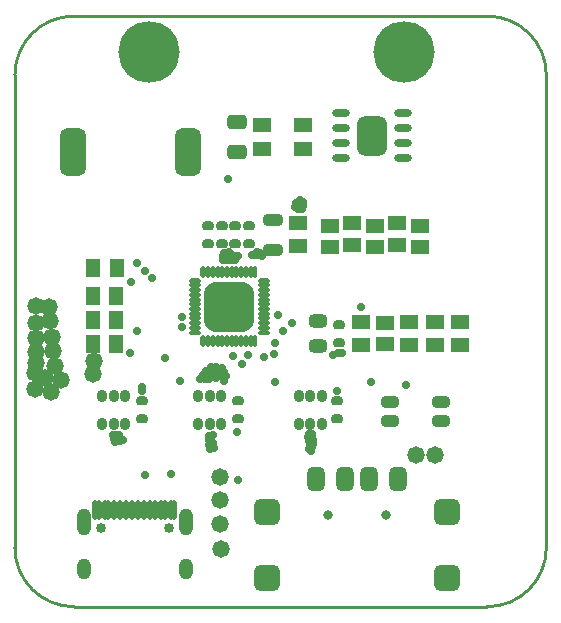
<source format=gts>
G04*
G04 #@! TF.GenerationSoftware,Altium Limited,Altium Designer,20.2.3 (150)*
G04*
G04 Layer_Color=8388736*
%FSLAX44Y44*%
%MOMM*%
G71*
G04*
G04 #@! TF.SameCoordinates,529A9E34-4FC0-4C7B-B34A-3B4898198E1E*
G04*
G04*
G04 #@! TF.FilePolarity,Negative*
G04*
G01*
G75*
%ADD19C,0.2540*%
G04:AMPARAMS|DCode=36|XSize=0.9561mm|YSize=1.6098mm|CornerRadius=0.239mm|HoleSize=0mm|Usage=FLASHONLY|Rotation=90.000|XOffset=0mm|YOffset=0mm|HoleType=Round|Shape=RoundedRectangle|*
%AMROUNDEDRECTD36*
21,1,0.9561,1.1318,0,0,90.0*
21,1,0.4780,1.6098,0,0,90.0*
1,1,0.4780,0.5659,0.2390*
1,1,0.4780,0.5659,-0.2390*
1,1,0.4780,-0.5659,-0.2390*
1,1,0.4780,-0.5659,0.2390*
%
%ADD36ROUNDEDRECTD36*%
G04:AMPARAMS|DCode=38|XSize=0.6096mm|YSize=0.6096mm|CornerRadius=0.3048mm|HoleSize=0mm|Usage=FLASHONLY|Rotation=90.000|XOffset=0mm|YOffset=0mm|HoleType=Round|Shape=RoundedRectangle|*
%AMROUNDEDRECTD38*
21,1,0.6096,0.0000,0,0,90.0*
21,1,0.0000,0.6096,0,0,90.0*
1,1,0.6096,0.0000,0.0000*
1,1,0.6096,0.0000,0.0000*
1,1,0.6096,0.0000,0.0000*
1,1,0.6096,0.0000,0.0000*
%
%ADD38ROUNDEDRECTD38*%
G04:AMPARAMS|DCode=39|XSize=0.9652mm|YSize=0.762mm|CornerRadius=0.2413mm|HoleSize=0mm|Usage=FLASHONLY|Rotation=0.000|XOffset=0mm|YOffset=0mm|HoleType=Round|Shape=RoundedRectangle|*
%AMROUNDEDRECTD39*
21,1,0.9652,0.2794,0,0,0.0*
21,1,0.4826,0.7620,0,0,0.0*
1,1,0.4826,0.2413,-0.1397*
1,1,0.4826,-0.2413,-0.1397*
1,1,0.4826,-0.2413,0.1397*
1,1,0.4826,0.2413,0.1397*
%
%ADD39ROUNDEDRECTD39*%
%ADD40R,1.6032X1.3032*%
%ADD41R,1.5032X1.2032*%
G04:AMPARAMS|DCode=42|XSize=1.4732mm|YSize=0.9652mm|CornerRadius=0.2921mm|HoleSize=0mm|Usage=FLASHONLY|Rotation=0.000|XOffset=0mm|YOffset=0mm|HoleType=Round|Shape=RoundedRectangle|*
%AMROUNDEDRECTD42*
21,1,1.4732,0.3810,0,0,0.0*
21,1,0.8890,0.9652,0,0,0.0*
1,1,0.5842,0.4445,-0.1905*
1,1,0.5842,-0.4445,-0.1905*
1,1,0.5842,-0.4445,0.1905*
1,1,0.5842,0.4445,0.1905*
%
%ADD42ROUNDEDRECTD42*%
G04:AMPARAMS|DCode=43|XSize=2.2352mm|YSize=2.2352mm|CornerRadius=0.6096mm|HoleSize=0mm|Usage=FLASHONLY|Rotation=0.000|XOffset=0mm|YOffset=0mm|HoleType=Round|Shape=RoundedRectangle|*
%AMROUNDEDRECTD43*
21,1,2.2352,1.0160,0,0,0.0*
21,1,1.0160,2.2352,0,0,0.0*
1,1,1.2192,0.5080,-0.5080*
1,1,1.2192,-0.5080,-0.5080*
1,1,1.2192,-0.5080,0.5080*
1,1,1.2192,0.5080,0.5080*
%
%ADD43ROUNDEDRECTD43*%
G04:AMPARAMS|DCode=44|XSize=1.4732mm|YSize=2.0032mm|CornerRadius=0.4191mm|HoleSize=0mm|Usage=FLASHONLY|Rotation=0.000|XOffset=0mm|YOffset=0mm|HoleType=Round|Shape=RoundedRectangle|*
%AMROUNDEDRECTD44*
21,1,1.4732,1.1650,0,0,0.0*
21,1,0.6350,2.0032,0,0,0.0*
1,1,0.8382,0.3175,-0.5825*
1,1,0.8382,-0.3175,-0.5825*
1,1,0.8382,-0.3175,0.5825*
1,1,0.8382,0.3175,0.5825*
%
%ADD44ROUNDEDRECTD44*%
G04:AMPARAMS|DCode=45|XSize=0.8128mm|YSize=0.9652mm|CornerRadius=0.254mm|HoleSize=0mm|Usage=FLASHONLY|Rotation=0.000|XOffset=0mm|YOffset=0mm|HoleType=Round|Shape=RoundedRectangle|*
%AMROUNDEDRECTD45*
21,1,0.8128,0.4572,0,0,0.0*
21,1,0.3048,0.9652,0,0,0.0*
1,1,0.5080,0.1524,-0.2286*
1,1,0.5080,-0.1524,-0.2286*
1,1,0.5080,-0.1524,0.2286*
1,1,0.5080,0.1524,0.2286*
%
%ADD45ROUNDEDRECTD45*%
%ADD46R,1.3032X1.6032*%
%ADD47O,1.5032X0.7032*%
G04:AMPARAMS|DCode=48|XSize=3.4032mm|YSize=2.5032mm|CornerRadius=0.6766mm|HoleSize=0mm|Usage=FLASHONLY|Rotation=270.000|XOffset=0mm|YOffset=0mm|HoleType=Round|Shape=RoundedRectangle|*
%AMROUNDEDRECTD48*
21,1,3.4032,1.1500,0,0,270.0*
21,1,2.0500,2.5032,0,0,270.0*
1,1,1.3532,-0.5750,-1.0250*
1,1,1.3532,-0.5750,1.0250*
1,1,1.3532,0.5750,1.0250*
1,1,1.3532,0.5750,-1.0250*
%
%ADD48ROUNDEDRECTD48*%
G04:AMPARAMS|DCode=49|XSize=4.0132mm|YSize=2.2352mm|CornerRadius=0.6096mm|HoleSize=0mm|Usage=FLASHONLY|Rotation=270.000|XOffset=0mm|YOffset=0mm|HoleType=Round|Shape=RoundedRectangle|*
%AMROUNDEDRECTD49*
21,1,4.0132,1.0160,0,0,270.0*
21,1,2.7940,2.2352,0,0,270.0*
1,1,1.2192,-0.5080,-1.3970*
1,1,1.2192,-0.5080,1.3970*
1,1,1.2192,0.5080,1.3970*
1,1,1.2192,0.5080,-1.3970*
%
%ADD49ROUNDEDRECTD49*%
G04:AMPARAMS|DCode=50|XSize=1.7032mm|YSize=1.2032mm|CornerRadius=0.3516mm|HoleSize=0mm|Usage=FLASHONLY|Rotation=180.000|XOffset=0mm|YOffset=0mm|HoleType=Round|Shape=RoundedRectangle|*
%AMROUNDEDRECTD50*
21,1,1.7032,0.5000,0,0,180.0*
21,1,1.0000,1.2032,0,0,180.0*
1,1,0.7032,-0.5000,0.2500*
1,1,0.7032,0.5000,0.2500*
1,1,0.7032,0.5000,-0.2500*
1,1,0.7032,-0.5000,-0.2500*
%
%ADD50ROUNDEDRECTD50*%
G04:AMPARAMS|DCode=51|XSize=1.0432mm|YSize=0.4232mm|CornerRadius=0.1566mm|HoleSize=0mm|Usage=FLASHONLY|Rotation=180.000|XOffset=0mm|YOffset=0mm|HoleType=Round|Shape=RoundedRectangle|*
%AMROUNDEDRECTD51*
21,1,1.0432,0.1100,0,0,180.0*
21,1,0.7300,0.4232,0,0,180.0*
1,1,0.3132,-0.3650,0.0550*
1,1,0.3132,0.3650,0.0550*
1,1,0.3132,0.3650,-0.0550*
1,1,0.3132,-0.3650,-0.0550*
%
%ADD51ROUNDEDRECTD51*%
G04:AMPARAMS|DCode=52|XSize=1.0432mm|YSize=0.4232mm|CornerRadius=0.1566mm|HoleSize=0mm|Usage=FLASHONLY|Rotation=90.000|XOffset=0mm|YOffset=0mm|HoleType=Round|Shape=RoundedRectangle|*
%AMROUNDEDRECTD52*
21,1,1.0432,0.1100,0,0,90.0*
21,1,0.7300,0.4232,0,0,90.0*
1,1,0.3132,0.0550,0.3650*
1,1,0.3132,0.0550,-0.3650*
1,1,0.3132,-0.0550,-0.3650*
1,1,0.3132,-0.0550,0.3650*
%
%ADD52ROUNDEDRECTD52*%
G04:AMPARAMS|DCode=53|XSize=4.2672mm|YSize=4.2672mm|CornerRadius=1.1176mm|HoleSize=0mm|Usage=FLASHONLY|Rotation=90.000|XOffset=0mm|YOffset=0mm|HoleType=Round|Shape=RoundedRectangle|*
%AMROUNDEDRECTD53*
21,1,4.2672,2.0320,0,0,90.0*
21,1,2.0320,4.2672,0,0,90.0*
1,1,2.2352,1.0160,1.0160*
1,1,2.2352,1.0160,-1.0160*
1,1,2.2352,-1.0160,-1.0160*
1,1,2.2352,-1.0160,1.0160*
%
%ADD53ROUNDEDRECTD53*%
G04:AMPARAMS|DCode=54|XSize=1.5032mm|YSize=1.1032mm|CornerRadius=0.3266mm|HoleSize=0mm|Usage=FLASHONLY|Rotation=180.000|XOffset=0mm|YOffset=0mm|HoleType=Round|Shape=RoundedRectangle|*
%AMROUNDEDRECTD54*
21,1,1.5032,0.4500,0,0,180.0*
21,1,0.8500,1.1032,0,0,180.0*
1,1,0.6532,-0.4250,0.2250*
1,1,0.6532,0.4250,0.2250*
1,1,0.6532,0.4250,-0.2250*
1,1,0.6532,-0.4250,-0.2250*
%
%ADD54ROUNDEDRECTD54*%
G04:AMPARAMS|DCode=55|XSize=1.7032mm|YSize=0.5032mm|CornerRadius=0.1766mm|HoleSize=0mm|Usage=FLASHONLY|Rotation=90.000|XOffset=0mm|YOffset=0mm|HoleType=Round|Shape=RoundedRectangle|*
%AMROUNDEDRECTD55*
21,1,1.7032,0.1500,0,0,90.0*
21,1,1.3500,0.5032,0,0,90.0*
1,1,0.3532,0.0750,0.6750*
1,1,0.3532,0.0750,-0.6750*
1,1,0.3532,-0.0750,-0.6750*
1,1,0.3532,-0.0750,0.6750*
%
%ADD55ROUNDEDRECTD55*%
%ADD56C,0.8032*%
%ADD57C,5.2032*%
%ADD58C,0.8532*%
%ADD59O,1.2032X1.8032*%
%ADD60O,1.2032X2.3032*%
%ADD61C,0.7032*%
%ADD62C,1.4732*%
D19*
X0Y50000D02*
G03*
X50000Y0I50000J0D01*
G01*
X400000D02*
G03*
X450000Y50000I0J50000D01*
G01*
Y450000D02*
G03*
X400000Y500000I-50000J0D01*
G01*
X50000D02*
G03*
X0Y450000I0J-50000D01*
G01*
X50000Y0D02*
X400000D01*
X50000Y500000D02*
X400000D01*
X450000Y50000D02*
Y450000D01*
X0Y50000D02*
Y450000D01*
D36*
X218440Y327660D02*
D03*
Y301638D02*
D03*
D38*
X173736Y90000D02*
D03*
Y70000D02*
D03*
Y50000D02*
D03*
Y110000D02*
D03*
D39*
X189230Y158750D02*
D03*
Y173990D02*
D03*
X273050Y158750D02*
D03*
Y173990D02*
D03*
X107950Y158750D02*
D03*
Y173990D02*
D03*
X198120Y322580D02*
D03*
Y307340D02*
D03*
X186690Y322580D02*
D03*
Y307340D02*
D03*
X175260Y322580D02*
D03*
Y307340D02*
D03*
X163830Y322580D02*
D03*
Y307340D02*
D03*
X274320Y223520D02*
D03*
Y238760D02*
D03*
D40*
X355600Y221186D02*
D03*
Y241186D02*
D03*
X334010Y221186D02*
D03*
Y241186D02*
D03*
X240030Y324960D02*
D03*
Y304960D02*
D03*
X209550Y407510D02*
D03*
Y387510D02*
D03*
X293370Y241186D02*
D03*
Y221186D02*
D03*
X377190Y241186D02*
D03*
Y221186D02*
D03*
X243840Y387510D02*
D03*
Y407510D02*
D03*
D41*
X313690Y240186D02*
D03*
Y222186D02*
D03*
X266700Y322580D02*
D03*
Y304580D02*
D03*
X285750Y306580D02*
D03*
Y324580D02*
D03*
X304800Y322580D02*
D03*
Y304580D02*
D03*
X323850Y306580D02*
D03*
Y324580D02*
D03*
X342900Y322580D02*
D03*
Y304580D02*
D03*
D42*
X360680Y173228D02*
D03*
X317500D02*
D03*
X360680Y156972D02*
D03*
X317500D02*
D03*
D43*
X213310Y80560D02*
D03*
X365810D02*
D03*
Y24560D02*
D03*
X213310D02*
D03*
D44*
X254560Y107940D02*
D03*
X279560D02*
D03*
X299560D02*
D03*
X324560D02*
D03*
D45*
X240538Y154432D02*
D03*
X259842D02*
D03*
Y178308D02*
D03*
X250190Y154432D02*
D03*
X240538Y178308D02*
D03*
X250190D02*
D03*
X155448Y154432D02*
D03*
X174752D02*
D03*
Y178308D02*
D03*
X165100Y154432D02*
D03*
X155448Y178308D02*
D03*
X165100D02*
D03*
X74168Y154432D02*
D03*
X93472D02*
D03*
Y178308D02*
D03*
X83820Y154432D02*
D03*
X74168Y178308D02*
D03*
X83820D02*
D03*
D46*
X86200Y287020D02*
D03*
X66200D02*
D03*
X66040Y222250D02*
D03*
X86040D02*
D03*
X66040Y242570D02*
D03*
X86040D02*
D03*
X66040Y262890D02*
D03*
X86040D02*
D03*
D47*
X275760Y417830D02*
D03*
Y405130D02*
D03*
Y392430D02*
D03*
Y379730D02*
D03*
X328760Y417830D02*
D03*
Y405130D02*
D03*
Y392430D02*
D03*
Y379730D02*
D03*
D48*
X302260Y398780D02*
D03*
D49*
X146290Y384683D02*
D03*
X49290D02*
D03*
D50*
X187960Y384843D02*
D03*
X187961Y410244D02*
D03*
D51*
X210960Y232000D02*
D03*
Y236000D02*
D03*
Y240000D02*
D03*
Y244000D02*
D03*
Y248000D02*
D03*
Y252000D02*
D03*
Y256000D02*
D03*
Y260000D02*
D03*
Y264000D02*
D03*
Y268000D02*
D03*
Y272000D02*
D03*
Y276000D02*
D03*
X152260D02*
D03*
Y272000D02*
D03*
Y268000D02*
D03*
Y264000D02*
D03*
Y260000D02*
D03*
Y256000D02*
D03*
Y252000D02*
D03*
Y248000D02*
D03*
Y244000D02*
D03*
Y240000D02*
D03*
Y236000D02*
D03*
Y232000D02*
D03*
D52*
X159610Y224650D02*
D03*
X163610D02*
D03*
X167610D02*
D03*
X171610D02*
D03*
X175610D02*
D03*
X179610D02*
D03*
X183610D02*
D03*
X187610D02*
D03*
X191610D02*
D03*
X195610D02*
D03*
X199610D02*
D03*
X203610D02*
D03*
Y283350D02*
D03*
X199610D02*
D03*
X195610D02*
D03*
X191610D02*
D03*
X187610D02*
D03*
X183610D02*
D03*
X179610D02*
D03*
X175610D02*
D03*
X171610D02*
D03*
X167610D02*
D03*
X163610D02*
D03*
X159610D02*
D03*
D53*
X181610Y254000D02*
D03*
D54*
X256540Y220640D02*
D03*
Y241640D02*
D03*
D55*
X135030Y82150D02*
D03*
X132030D02*
D03*
X127030D02*
D03*
X124030D02*
D03*
X119030D02*
D03*
X114030D02*
D03*
X109030D02*
D03*
X104030D02*
D03*
X99030D02*
D03*
X94030D02*
D03*
X89030D02*
D03*
X84030D02*
D03*
X79030D02*
D03*
X76030D02*
D03*
X71030D02*
D03*
X68030D02*
D03*
D56*
X314060Y77180D02*
D03*
X265060D02*
D03*
D57*
X329184Y469646D02*
D03*
X113919D02*
D03*
D58*
X72630Y66750D02*
D03*
X130430D02*
D03*
D59*
X144780Y31750D02*
D03*
X58280D02*
D03*
D60*
X144780Y71750D02*
D03*
X58280D02*
D03*
D61*
X126746Y210312D02*
D03*
X116078Y278257D02*
D03*
X109855Y284480D02*
D03*
X103632Y290830D02*
D03*
X102997Y233426D02*
D03*
X97663Y214630D02*
D03*
X97917Y275082D02*
D03*
X189230Y106934D02*
D03*
X180848Y362331D02*
D03*
X172720Y263652D02*
D03*
X167259D02*
D03*
X178816D02*
D03*
X184531D02*
D03*
X190627D02*
D03*
X196342D02*
D03*
X167259Y251714D02*
D03*
X172720D02*
D03*
X178816D02*
D03*
X184531D02*
D03*
X190627D02*
D03*
X196342D02*
D03*
X276860Y215011D02*
D03*
X269113Y212979D02*
D03*
X273304Y214884D02*
D03*
X301625Y189992D02*
D03*
X273050Y182626D02*
D03*
X107696Y182245D02*
D03*
X107950Y186309D02*
D03*
X196342Y240030D02*
D03*
X190627D02*
D03*
X184531D02*
D03*
X178816D02*
D03*
X172720D02*
D03*
X167259D02*
D03*
X196342Y245872D02*
D03*
X190627D02*
D03*
X184531D02*
D03*
X178816D02*
D03*
X172720D02*
D03*
X167259D02*
D03*
X196342Y257429D02*
D03*
X190627D02*
D03*
X184531D02*
D03*
X178816D02*
D03*
X172720D02*
D03*
X167259D02*
D03*
X196342Y269748D02*
D03*
X190627D02*
D03*
X184531D02*
D03*
X178816D02*
D03*
X172720D02*
D03*
X167259D02*
D03*
X293370Y253365D02*
D03*
X176784Y191008D02*
D03*
X178689Y195072D02*
D03*
X177038Y199009D02*
D03*
X175006Y201930D02*
D03*
X170688Y202946D02*
D03*
X166243Y202565D02*
D03*
X167132Y197739D02*
D03*
X162179Y199771D02*
D03*
X163322Y196342D02*
D03*
X159208Y195959D02*
D03*
X164084Y192405D02*
D03*
X161163Y192659D02*
D03*
X157099Y192913D02*
D03*
X184917Y212618D02*
D03*
X186182Y293370D02*
D03*
X182626Y293497D02*
D03*
X179197D02*
D03*
X176022D02*
D03*
X89027Y143129D02*
D03*
X86614D02*
D03*
X84201Y142367D02*
D03*
X91440Y141351D02*
D03*
X89281Y140462D02*
D03*
X86995Y140081D02*
D03*
X84836Y139827D02*
D03*
X88265Y145415D02*
D03*
X82804Y145669D02*
D03*
X168656Y134366D02*
D03*
X167513Y145288D02*
D03*
X164084Y144526D02*
D03*
X166370Y142113D02*
D03*
X163957Y141097D02*
D03*
X167640Y138811D02*
D03*
X166497Y136398D02*
D03*
X163957Y137033D02*
D03*
X251079Y132207D02*
D03*
X249174Y133858D02*
D03*
X251968Y135382D02*
D03*
X252349Y138049D02*
D03*
X249301Y140589D02*
D03*
X252476Y141097D02*
D03*
X251206Y143510D02*
D03*
X248412Y143637D02*
D03*
X251333Y146304D02*
D03*
X248920Y146177D02*
D03*
X243713Y342900D02*
D03*
X241046Y343916D02*
D03*
X238252Y342011D02*
D03*
X240665Y341376D02*
D03*
X243586Y339471D02*
D03*
X242697Y336423D02*
D03*
X239522D02*
D03*
X237363Y338074D02*
D03*
X208915Y296672D02*
D03*
X206209Y297886D02*
D03*
X207772Y299212D02*
D03*
X204597Y300228D02*
D03*
X200914Y297815D02*
D03*
X181483Y300101D02*
D03*
X177419Y299847D02*
D03*
X175895Y297053D02*
D03*
X188722Y297307D02*
D03*
X183515Y297434D02*
D03*
X186055Y297180D02*
D03*
X139954Y191008D02*
D03*
X234950Y239776D02*
D03*
X210825Y211348D02*
D03*
X132207Y112522D02*
D03*
X109887Y111284D02*
D03*
X174498Y194945D02*
D03*
X171958Y198731D02*
D03*
X169926Y193421D02*
D03*
X141864Y236494D02*
D03*
X220472Y223520D02*
D03*
X219583Y214122D02*
D03*
X249555Y137160D02*
D03*
X141737Y245003D02*
D03*
X220604Y189885D02*
D03*
X192024Y205105D02*
D03*
X197744Y212872D02*
D03*
X240289Y338729D02*
D03*
X223017Y246654D02*
D03*
X164973Y133477D02*
D03*
X188105Y147556D02*
D03*
X85725Y145161D02*
D03*
X227076Y233426D02*
D03*
X204089Y297942D02*
D03*
X331470Y187960D02*
D03*
X179900Y297298D02*
D03*
D62*
X66548Y197104D02*
D03*
X66675Y207772D02*
D03*
X38735Y191897D02*
D03*
X356108Y128651D02*
D03*
X339598D02*
D03*
X173736Y110000D02*
D03*
Y90000D02*
D03*
Y70000D02*
D03*
X174860Y48876D02*
D03*
X30861Y181864D02*
D03*
X17018Y184531D02*
D03*
X25908Y193548D02*
D03*
X32131Y216281D02*
D03*
X17526Y215646D02*
D03*
X31750Y227965D02*
D03*
X17653Y227711D02*
D03*
X29718Y241935D02*
D03*
X28829Y253873D02*
D03*
X17526Y254254D02*
D03*
X18034Y240538D02*
D03*
X17399Y197993D02*
D03*
X17907Y206375D02*
D03*
X33909Y203835D02*
D03*
M02*

</source>
